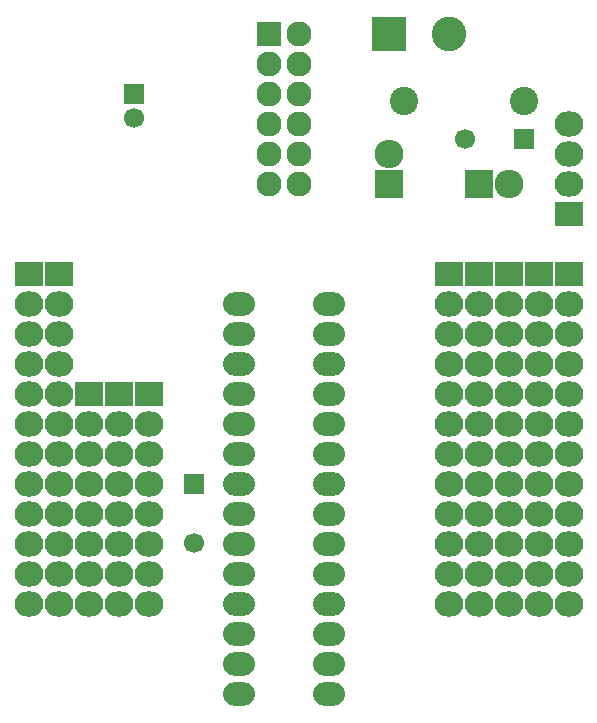
<source format=gbr>
G04 #@! TF.FileFunction,Soldermask,Top*
%FSLAX46Y46*%
G04 Gerber Fmt 4.6, Leading zero omitted, Abs format (unit mm)*
G04 Created by KiCad (PCBNEW 4.0.2-stable) date 9/03/2016 9:38:59 PM*
%MOMM*%
G01*
G04 APERTURE LIST*
%ADD10C,0.100000*%
%ADD11R,1.700000X1.700000*%
%ADD12C,1.700000*%
%ADD13O,2.700000X2.000000*%
%ADD14R,2.940000X2.940000*%
%ADD15C,2.940000*%
%ADD16R,2.127200X2.127200*%
%ADD17O,2.127200X2.127200*%
%ADD18R,2.432000X2.432000*%
%ADD19O,2.432000X2.432000*%
%ADD20R,2.432000X2.127200*%
%ADD21O,2.432000X2.127200*%
%ADD22C,2.398980*%
G04 APERTURE END LIST*
D10*
D11*
X140970000Y-88900000D03*
D12*
X140970000Y-90900000D03*
D11*
X146050000Y-121920000D03*
D12*
X146050000Y-126920000D03*
D11*
X173990000Y-92710000D03*
D12*
X168990000Y-92710000D03*
D13*
X149860000Y-106680000D03*
X149860000Y-109220000D03*
X149860000Y-111760000D03*
X149860000Y-114300000D03*
X149860000Y-116840000D03*
X149860000Y-119380000D03*
X149860000Y-121920000D03*
X149860000Y-124460000D03*
X149860000Y-127000000D03*
X149860000Y-129540000D03*
X149860000Y-132080000D03*
X149860000Y-134620000D03*
X149860000Y-137160000D03*
X149860000Y-139700000D03*
X157480000Y-139700000D03*
X157480000Y-137160000D03*
X157480000Y-134620000D03*
X157480000Y-132080000D03*
X157480000Y-129540000D03*
X157480000Y-127000000D03*
X157480000Y-124460000D03*
X157480000Y-121920000D03*
X157480000Y-119380000D03*
X157480000Y-116840000D03*
X157480000Y-114300000D03*
X157480000Y-111760000D03*
X157480000Y-109220000D03*
X157480000Y-106680000D03*
D14*
X162560000Y-83820000D03*
D15*
X167640000Y-83820000D03*
D16*
X152400000Y-83820000D03*
D17*
X154940000Y-83820000D03*
X152400000Y-86360000D03*
X154940000Y-86360000D03*
X152400000Y-88900000D03*
X154940000Y-88900000D03*
X152400000Y-91440000D03*
X154940000Y-91440000D03*
X152400000Y-93980000D03*
X154940000Y-93980000D03*
X152400000Y-96520000D03*
X154940000Y-96520000D03*
D18*
X170180000Y-96520000D03*
D19*
X172720000Y-96520000D03*
D20*
X177800000Y-104140000D03*
D21*
X177800000Y-106680000D03*
X177800000Y-109220000D03*
X177800000Y-111760000D03*
X177800000Y-114300000D03*
X177800000Y-116840000D03*
X177800000Y-119380000D03*
X177800000Y-121920000D03*
X177800000Y-124460000D03*
X177800000Y-127000000D03*
X177800000Y-129540000D03*
X177800000Y-132080000D03*
D20*
X175260000Y-104140000D03*
D21*
X175260000Y-106680000D03*
X175260000Y-109220000D03*
X175260000Y-111760000D03*
X175260000Y-114300000D03*
X175260000Y-116840000D03*
X175260000Y-119380000D03*
X175260000Y-121920000D03*
X175260000Y-124460000D03*
X175260000Y-127000000D03*
X175260000Y-129540000D03*
X175260000Y-132080000D03*
D20*
X139700000Y-114300000D03*
D21*
X139700000Y-116840000D03*
X139700000Y-119380000D03*
X139700000Y-121920000D03*
X139700000Y-124460000D03*
X139700000Y-127000000D03*
X139700000Y-129540000D03*
X139700000Y-132080000D03*
D20*
X137160000Y-114300000D03*
D21*
X137160000Y-116840000D03*
X137160000Y-119380000D03*
X137160000Y-121920000D03*
X137160000Y-124460000D03*
X137160000Y-127000000D03*
X137160000Y-129540000D03*
X137160000Y-132080000D03*
D20*
X142240000Y-114300000D03*
D21*
X142240000Y-116840000D03*
X142240000Y-119380000D03*
X142240000Y-121920000D03*
X142240000Y-124460000D03*
X142240000Y-127000000D03*
X142240000Y-129540000D03*
X142240000Y-132080000D03*
D20*
X167640000Y-104140000D03*
D21*
X167640000Y-106680000D03*
X167640000Y-109220000D03*
X167640000Y-111760000D03*
X167640000Y-114300000D03*
X167640000Y-116840000D03*
X167640000Y-119380000D03*
X167640000Y-121920000D03*
X167640000Y-124460000D03*
X167640000Y-127000000D03*
X167640000Y-129540000D03*
X167640000Y-132080000D03*
D20*
X170180000Y-104140000D03*
D21*
X170180000Y-106680000D03*
X170180000Y-109220000D03*
X170180000Y-111760000D03*
X170180000Y-114300000D03*
X170180000Y-116840000D03*
X170180000Y-119380000D03*
X170180000Y-121920000D03*
X170180000Y-124460000D03*
X170180000Y-127000000D03*
X170180000Y-129540000D03*
X170180000Y-132080000D03*
D20*
X172720000Y-104140000D03*
D21*
X172720000Y-106680000D03*
X172720000Y-109220000D03*
X172720000Y-111760000D03*
X172720000Y-114300000D03*
X172720000Y-116840000D03*
X172720000Y-119380000D03*
X172720000Y-121920000D03*
X172720000Y-124460000D03*
X172720000Y-127000000D03*
X172720000Y-129540000D03*
X172720000Y-132080000D03*
D20*
X134620000Y-104140000D03*
D21*
X134620000Y-106680000D03*
X134620000Y-109220000D03*
X134620000Y-111760000D03*
X134620000Y-114300000D03*
X134620000Y-116840000D03*
X134620000Y-119380000D03*
X134620000Y-121920000D03*
X134620000Y-124460000D03*
X134620000Y-127000000D03*
X134620000Y-129540000D03*
X134620000Y-132080000D03*
D20*
X177800000Y-99060000D03*
D21*
X177800000Y-96520000D03*
X177800000Y-93980000D03*
X177800000Y-91440000D03*
D20*
X132080000Y-104140000D03*
D21*
X132080000Y-106680000D03*
X132080000Y-109220000D03*
X132080000Y-111760000D03*
X132080000Y-114300000D03*
X132080000Y-116840000D03*
X132080000Y-119380000D03*
X132080000Y-121920000D03*
X132080000Y-124460000D03*
X132080000Y-127000000D03*
X132080000Y-129540000D03*
X132080000Y-132080000D03*
D18*
X162560000Y-96520000D03*
D19*
X162560000Y-93980000D03*
D22*
X163830000Y-89535000D03*
X173990000Y-89535000D03*
M02*

</source>
